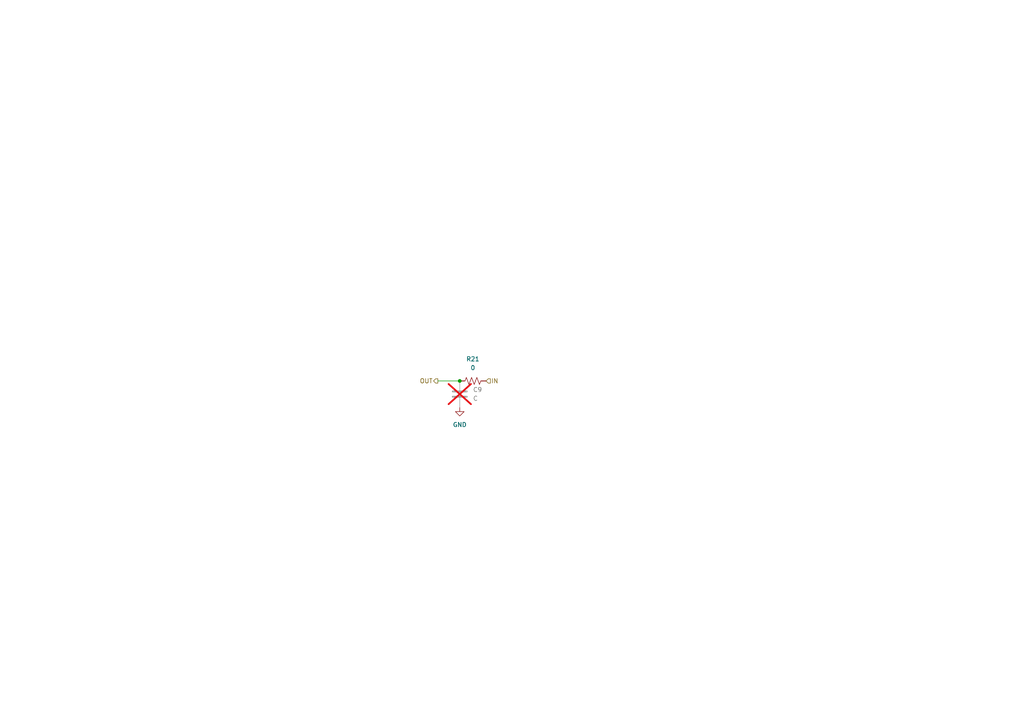
<source format=kicad_sch>
(kicad_sch (version 20231120) (generator "eeschema") (generator_version "8.0")
  (paper "A4")
  (lib_symbols
    (symbol "Device:C" (pin_numbers hide) (pin_names (offset 0.254))
      (property "Reference" "C" (at 0.635 2.54 0))
      (property "Value" "C" (at 0.635 -2.54 0))
      (symbol "C_0_1"
        (polyline (pts (xy -2.032 -0.762) (xy 2.032 -0.762)) (stroke (width 0.508)))
        (polyline (pts (xy -2.032 0.762) (xy 2.032 0.762)) (stroke (width 0.508)))
      )
      (symbol "C_1_1"
        (pin passive line (at 0 3.81 270) (length 2.794) (name "~") (number "1"))
        (pin passive line (at 0 -3.81 90) (length 2.794) (name "~") (number "2"))
      )
    )
    (symbol "Device:R_US" (pin_numbers hide) (pin_names (offset 0))
      (property "Reference" "R" (at 2.54 0 90))
      (property "Value" "R_US" (at -2.54 0 90))
      (symbol "R_US_0_1"
        (polyline (pts (xy 0 -2.286) (xy 0 -2.54)))
        (polyline (pts (xy 0 2.286) (xy 0 2.54)))
        (polyline (pts (xy 0 -0.762) (xy 1.016 -1.143) (xy 0 -1.524) (xy -1.016 -1.905) (xy 0 -2.286)))
        (polyline (pts (xy 0 0.762) (xy 1.016 0.381) (xy 0 0) (xy -1.016 -0.381) (xy 0 -0.762)))
        (polyline (pts (xy 0 2.286) (xy 1.016 1.905) (xy 0 1.524) (xy -1.016 1.143) (xy 0 0.762)))
      )
      (symbol "R_US_1_1"
        (pin passive line (at 0 3.81 270) (length 1.27) (name "~") (number "1"))
        (pin passive line (at 0 -3.81 90) (length 1.27) (name "~") (number "2"))
      )
    )
    (symbol "power:GND" (power) (pin_numbers hide) (pin_names (offset 0) hide)
      (property "Value" "GND" (at 0 -3.81 0))
      (symbol "GND_0_1"
        (polyline (pts (xy 0 0) (xy 0 -1.27) (xy 1.27 -1.27) (xy 0 -2.54) (xy -1.27 -1.27) (xy 0 -1.27)))
      )
      (symbol "GND_1_1"
        (pin power_in line (at 0 0 270) (length 0) (name "~") (number "1"))
      )
    )
  )
  (junction (at 133.35 110.49))
  (wire (pts (xy 127 110.49) (xy 133.35 110.49)))
  (hierarchical_label "IN" (shape input) (at 140.97 110.49 0))
  (hierarchical_label "OUT" (shape output) (at 127 110.49 180))
  (symbol (lib_id "power:GND") (at 133.35 118.11 0) (unit 1)
    (property "Reference" "#PWR047" (effects (hide yes)))
    (property "Value" "GND" (at 133.35 123.19 0))
    (property "Description" "Power symbol creates a global label with name \"GND\" , ground" (effects (hide yes)))
    (instances (project "bldc" (path "" (reference "#PWR047") (unit 1)) (path "" (reference "#PWR045") (unit 1)) (path "" (reference "#PWR046") (unit 1))))
  )
  (symbol (lib_id "Device:R_US") (at 137.16 110.49 90) (unit 1)
    (property "Reference" "R21" (at 137.16 104.14 90))
    (property "Value" "0" (at 137.16 106.68 90))
    (property "Footprint" "Resistor_SMD:R_0603_1608Metric" (effects (hide yes)))
    (property "Description" "Resistor, US symbol" (effects (hide yes)))
    (instances (project "bldc" (path "" (reference "R21") (unit 1)) (path "" (reference "R20") (unit 1)) (path "" (reference "R22") (unit 1))))
  )
  (symbol (lib_id "Device:C") (at 133.35 114.3 0) (unit 1) (dnp yes)
    (property "Reference" "C9" (at 137.16 113.0299 0) (effects (justify left)))
    (property "Value" "C" (at 137.16 115.5699 0) (effects (justify left)))
    (property "Footprint" "Capacitor_SMD:C_0603_1608Metric" (effects (hide yes)))
    (property "Description" "Unpolarized capacitor" (effects (hide yes)))
    (instances (project "bldc" (path "" (reference "C9") (unit 1)) (path "" (reference "C8") (unit 1)) (path "" (reference "C10") (unit 1))))
  )
)
</source>
